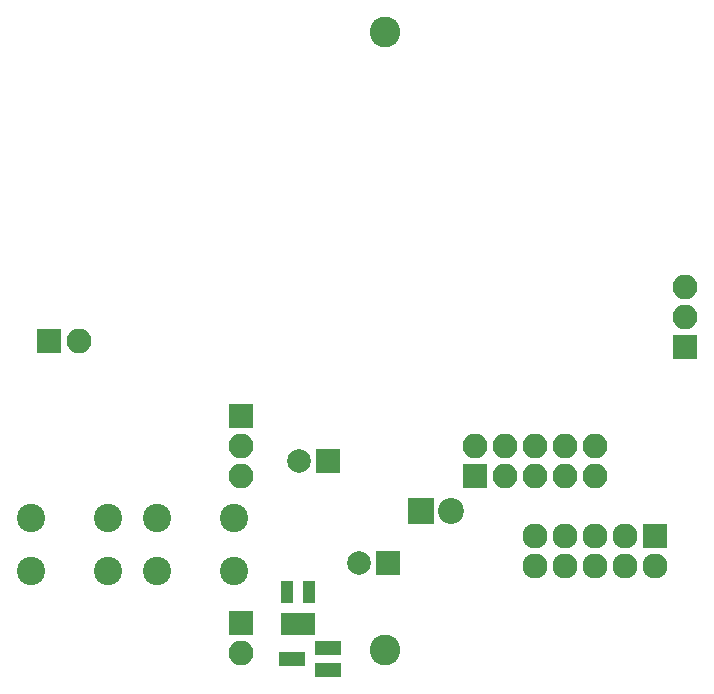
<source format=gbr>
G04 #@! TF.FileFunction,Soldermask,Top*
%FSLAX46Y46*%
G04 Gerber Fmt 4.6, Leading zero omitted, Abs format (unit mm)*
G04 Created by KiCad (PCBNEW 4.0.5) date 09/27/18 14:31:26*
%MOMM*%
%LPD*%
G01*
G04 APERTURE LIST*
%ADD10C,0.100000*%
%ADD11R,2.000000X2.000000*%
%ADD12C,2.000000*%
%ADD13R,2.200000X2.200000*%
%ADD14C,2.200000*%
%ADD15R,2.100000X2.100000*%
%ADD16O,2.100000X2.100000*%
%ADD17C,2.400000*%
%ADD18R,2.300000X1.200000*%
%ADD19R,1.050000X1.960000*%
%ADD20C,2.600000*%
%ADD21R,2.127200X2.127200*%
%ADD22O,2.127200X2.127200*%
G04 APERTURE END LIST*
D10*
D11*
X147574000Y-119126000D03*
D12*
X145074000Y-119126000D03*
D11*
X142494000Y-110490000D03*
D12*
X139994000Y-110490000D03*
D13*
X150368000Y-114681000D03*
D14*
X152908000Y-114681000D03*
D15*
X135128000Y-124206000D03*
D16*
X135128000Y-126746000D03*
D15*
X154940000Y-111760000D03*
D16*
X154940000Y-109220000D03*
X157480000Y-111760000D03*
X157480000Y-109220000D03*
X160020000Y-111760000D03*
X160020000Y-109220000D03*
X162560000Y-111760000D03*
X162560000Y-109220000D03*
X165100000Y-111760000D03*
X165100000Y-109220000D03*
D15*
X172720000Y-100832000D03*
D16*
X172720000Y-98292000D03*
X172720000Y-95752000D03*
X135128000Y-111760000D03*
D15*
X135128000Y-106680000D03*
D16*
X135128000Y-109220000D03*
D15*
X118872000Y-100330000D03*
D16*
X121412000Y-100330000D03*
D17*
X117348000Y-119816000D03*
X117348000Y-115316000D03*
X123848000Y-119816000D03*
X123848000Y-115316000D03*
X128016000Y-119816000D03*
X128016000Y-115316000D03*
X134516000Y-119816000D03*
X134516000Y-115316000D03*
D18*
X142470000Y-128204000D03*
X142470000Y-126304000D03*
X139470000Y-127254000D03*
D19*
X139004000Y-124286000D03*
X139954000Y-124286000D03*
X140904000Y-124286000D03*
X140904000Y-121586000D03*
X139004000Y-121586000D03*
D20*
X147320000Y-74168000D03*
X147320000Y-126492000D03*
D21*
X170180000Y-116840000D03*
D22*
X170180000Y-119380000D03*
X167640000Y-116840000D03*
X167640000Y-119380000D03*
X165100000Y-116840000D03*
X165100000Y-119380000D03*
X162560000Y-116840000D03*
X162560000Y-119380000D03*
X160020000Y-116840000D03*
X160020000Y-119380000D03*
M02*

</source>
